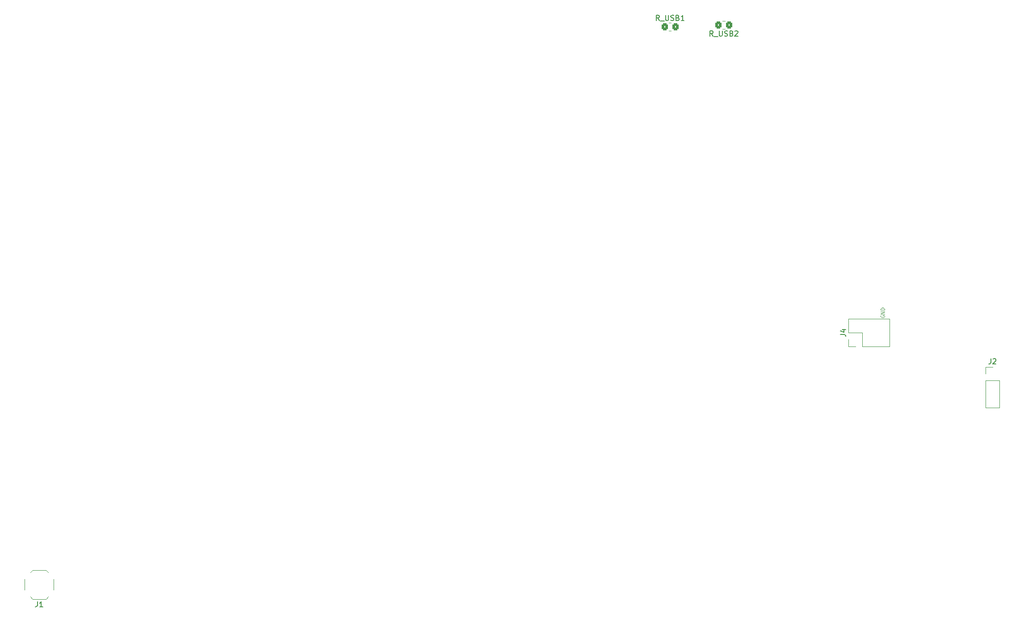
<source format=gto>
%TF.GenerationSoftware,KiCad,Pcbnew,(6.0.6)*%
%TF.CreationDate,2023-03-05T15:32:32+02:00*%
%TF.ProjectId,UniversalTKL,556e6976-6572-4736-916c-544b4c2e6b69,rev?*%
%TF.SameCoordinates,Original*%
%TF.FileFunction,Legend,Top*%
%TF.FilePolarity,Positive*%
%FSLAX46Y46*%
G04 Gerber Fmt 4.6, Leading zero omitted, Abs format (unit mm)*
G04 Created by KiCad (PCBNEW (6.0.6)) date 2023-03-05 15:32:32*
%MOMM*%
%LPD*%
G01*
G04 APERTURE LIST*
G04 Aperture macros list*
%AMRoundRect*
0 Rectangle with rounded corners*
0 $1 Rounding radius*
0 $2 $3 $4 $5 $6 $7 $8 $9 X,Y pos of 4 corners*
0 Add a 4 corners polygon primitive as box body*
4,1,4,$2,$3,$4,$5,$6,$7,$8,$9,$2,$3,0*
0 Add four circle primitives for the rounded corners*
1,1,$1+$1,$2,$3*
1,1,$1+$1,$4,$5*
1,1,$1+$1,$6,$7*
1,1,$1+$1,$8,$9*
0 Add four rect primitives between the rounded corners*
20,1,$1+$1,$2,$3,$4,$5,0*
20,1,$1+$1,$4,$5,$6,$7,0*
20,1,$1+$1,$6,$7,$8,$9,0*
20,1,$1+$1,$8,$9,$2,$3,0*%
%AMHorizOval*
0 Thick line with rounded ends*
0 $1 width*
0 $2 $3 position (X,Y) of the first rounded end (center of the circle)*
0 $4 $5 position (X,Y) of the second rounded end (center of the circle)*
0 Add line between two ends*
20,1,$1,$2,$3,$4,$5,0*
0 Add two circle primitives to create the rounded ends*
1,1,$1,$2,$3*
1,1,$1,$4,$5*%
G04 Aperture macros list end*
%ADD10C,0.100000*%
%ADD11C,0.150000*%
%ADD12C,0.120000*%
%ADD13C,3.987800*%
%ADD14C,1.750000*%
%ADD15HorizOval,2.300000X0.681998X0.731354X-0.681998X-0.731354X0*%
%ADD16HorizOval,2.300000X0.008725X0.249848X-0.008725X-0.249848X0*%
%ADD17RoundRect,0.250000X0.350000X0.450000X-0.350000X0.450000X-0.350000X-0.450000X0.350000X-0.450000X0*%
%ADD18HorizOval,2.300000X0.647898X0.694786X-0.647898X-0.694786X0*%
%ADD19HorizOval,2.300000X0.015701X0.299589X-0.015701X-0.299589X0*%
%ADD20C,6.000000*%
%ADD21C,3.048000*%
%ADD22RoundRect,0.250000X-0.350000X-0.450000X0.350000X-0.450000X0.350000X0.450000X-0.350000X0.450000X0*%
%ADD23HorizOval,2.200000X0.681998X0.731354X-0.681998X-0.731354X0*%
%ADD24R,1.700000X1.000000*%
%ADD25R,1.700000X1.700000*%
%ADD26O,1.700000X1.700000*%
%ADD27C,1.701800*%
%ADD28HorizOval,2.300000X0.299589X-0.015701X-0.299589X0.015701X0*%
%ADD29HorizOval,2.300000X0.705988X-0.635674X-0.705988X0.635674X0*%
%ADD30C,0.750000*%
%ADD31O,1.100000X2.200000*%
%ADD32O,1.100000X1.700000*%
G04 APERTURE END LIST*
D10*
X352450000Y-91203333D02*
X352416666Y-91270000D01*
X352416666Y-91370000D01*
X352450000Y-91470000D01*
X352516666Y-91536666D01*
X352583333Y-91570000D01*
X352716666Y-91603333D01*
X352816666Y-91603333D01*
X352950000Y-91570000D01*
X353016666Y-91536666D01*
X353083333Y-91470000D01*
X353116666Y-91370000D01*
X353116666Y-91303333D01*
X353083333Y-91203333D01*
X353050000Y-91170000D01*
X352816666Y-91170000D01*
X352816666Y-91303333D01*
X353116666Y-90870000D02*
X352416666Y-90870000D01*
X353116666Y-90470000D01*
X352416666Y-90470000D01*
X353116666Y-90136666D02*
X352416666Y-90136666D01*
X352416666Y-89970000D01*
X352450000Y-89870000D01*
X352516666Y-89803333D01*
X352583333Y-89770000D01*
X352716666Y-89736666D01*
X352816666Y-89736666D01*
X352950000Y-89770000D01*
X353016666Y-89803333D01*
X353083333Y-89870000D01*
X353116666Y-89970000D01*
X353116666Y-90136666D01*
D11*
%TO.C,R_USB2*%
X320622380Y-38212380D02*
X320289047Y-37736190D01*
X320050952Y-38212380D02*
X320050952Y-37212380D01*
X320431904Y-37212380D01*
X320527142Y-37260000D01*
X320574761Y-37307619D01*
X320622380Y-37402857D01*
X320622380Y-37545714D01*
X320574761Y-37640952D01*
X320527142Y-37688571D01*
X320431904Y-37736190D01*
X320050952Y-37736190D01*
X320812857Y-38307619D02*
X321574761Y-38307619D01*
X321812857Y-37212380D02*
X321812857Y-38021904D01*
X321860476Y-38117142D01*
X321908095Y-38164761D01*
X322003333Y-38212380D01*
X322193809Y-38212380D01*
X322289047Y-38164761D01*
X322336666Y-38117142D01*
X322384285Y-38021904D01*
X322384285Y-37212380D01*
X322812857Y-38164761D02*
X322955714Y-38212380D01*
X323193809Y-38212380D01*
X323289047Y-38164761D01*
X323336666Y-38117142D01*
X323384285Y-38021904D01*
X323384285Y-37926666D01*
X323336666Y-37831428D01*
X323289047Y-37783809D01*
X323193809Y-37736190D01*
X323003333Y-37688571D01*
X322908095Y-37640952D01*
X322860476Y-37593333D01*
X322812857Y-37498095D01*
X322812857Y-37402857D01*
X322860476Y-37307619D01*
X322908095Y-37260000D01*
X323003333Y-37212380D01*
X323241428Y-37212380D01*
X323384285Y-37260000D01*
X324146190Y-37688571D02*
X324289047Y-37736190D01*
X324336666Y-37783809D01*
X324384285Y-37879047D01*
X324384285Y-38021904D01*
X324336666Y-38117142D01*
X324289047Y-38164761D01*
X324193809Y-38212380D01*
X323812857Y-38212380D01*
X323812857Y-37212380D01*
X324146190Y-37212380D01*
X324241428Y-37260000D01*
X324289047Y-37307619D01*
X324336666Y-37402857D01*
X324336666Y-37498095D01*
X324289047Y-37593333D01*
X324241428Y-37640952D01*
X324146190Y-37688571D01*
X323812857Y-37688571D01*
X324765238Y-37307619D02*
X324812857Y-37260000D01*
X324908095Y-37212380D01*
X325146190Y-37212380D01*
X325241428Y-37260000D01*
X325289047Y-37307619D01*
X325336666Y-37402857D01*
X325336666Y-37498095D01*
X325289047Y-37640952D01*
X324717619Y-38212380D01*
X325336666Y-38212380D01*
%TO.C,*%
%TO.C,R_USB1*%
X310442380Y-35252380D02*
X310109047Y-34776190D01*
X309870952Y-35252380D02*
X309870952Y-34252380D01*
X310251904Y-34252380D01*
X310347142Y-34300000D01*
X310394761Y-34347619D01*
X310442380Y-34442857D01*
X310442380Y-34585714D01*
X310394761Y-34680952D01*
X310347142Y-34728571D01*
X310251904Y-34776190D01*
X309870952Y-34776190D01*
X310632857Y-35347619D02*
X311394761Y-35347619D01*
X311632857Y-34252380D02*
X311632857Y-35061904D01*
X311680476Y-35157142D01*
X311728095Y-35204761D01*
X311823333Y-35252380D01*
X312013809Y-35252380D01*
X312109047Y-35204761D01*
X312156666Y-35157142D01*
X312204285Y-35061904D01*
X312204285Y-34252380D01*
X312632857Y-35204761D02*
X312775714Y-35252380D01*
X313013809Y-35252380D01*
X313109047Y-35204761D01*
X313156666Y-35157142D01*
X313204285Y-35061904D01*
X313204285Y-34966666D01*
X313156666Y-34871428D01*
X313109047Y-34823809D01*
X313013809Y-34776190D01*
X312823333Y-34728571D01*
X312728095Y-34680952D01*
X312680476Y-34633333D01*
X312632857Y-34538095D01*
X312632857Y-34442857D01*
X312680476Y-34347619D01*
X312728095Y-34300000D01*
X312823333Y-34252380D01*
X313061428Y-34252380D01*
X313204285Y-34300000D01*
X313966190Y-34728571D02*
X314109047Y-34776190D01*
X314156666Y-34823809D01*
X314204285Y-34919047D01*
X314204285Y-35061904D01*
X314156666Y-35157142D01*
X314109047Y-35204761D01*
X314013809Y-35252380D01*
X313632857Y-35252380D01*
X313632857Y-34252380D01*
X313966190Y-34252380D01*
X314061428Y-34300000D01*
X314109047Y-34347619D01*
X314156666Y-34442857D01*
X314156666Y-34538095D01*
X314109047Y-34633333D01*
X314061428Y-34680952D01*
X313966190Y-34728571D01*
X313632857Y-34728571D01*
X315156666Y-35252380D02*
X314585238Y-35252380D01*
X314870952Y-35252380D02*
X314870952Y-34252380D01*
X314775714Y-34395238D01*
X314680476Y-34490476D01*
X314585238Y-34538095D01*
%TO.C,*%
%TO.C,J1*%
X192606666Y-145432380D02*
X192606666Y-146146666D01*
X192559047Y-146289523D01*
X192463809Y-146384761D01*
X192320952Y-146432380D01*
X192225714Y-146432380D01*
X193606666Y-146432380D02*
X193035238Y-146432380D01*
X193320952Y-146432380D02*
X193320952Y-145432380D01*
X193225714Y-145575238D01*
X193130476Y-145670476D01*
X193035238Y-145718095D01*
%TO.C,J4*%
X344772380Y-94783333D02*
X345486666Y-94783333D01*
X345629523Y-94830952D01*
X345724761Y-94926190D01*
X345772380Y-95069047D01*
X345772380Y-95164285D01*
X345105714Y-93878571D02*
X345772380Y-93878571D01*
X344724761Y-94116666D02*
X345439047Y-94354761D01*
X345439047Y-93735714D01*
%TO.C,J2*%
X373266666Y-99387380D02*
X373266666Y-100101666D01*
X373219047Y-100244523D01*
X373123809Y-100339761D01*
X372980952Y-100387380D01*
X372885714Y-100387380D01*
X373695238Y-99482619D02*
X373742857Y-99435000D01*
X373838095Y-99387380D01*
X374076190Y-99387380D01*
X374171428Y-99435000D01*
X374219047Y-99482619D01*
X374266666Y-99577857D01*
X374266666Y-99673095D01*
X374219047Y-99815952D01*
X373647619Y-100387380D01*
X374266666Y-100387380D01*
D12*
%TO.C,R_USB2*%
X322897064Y-36845000D02*
X322442936Y-36845000D01*
X322897064Y-35375000D02*
X322442936Y-35375000D01*
%TO.C,R_USB1*%
X312262936Y-37185000D02*
X312717064Y-37185000D01*
X312262936Y-35715000D02*
X312717064Y-35715000D01*
%TO.C,J1*%
X191240000Y-139930000D02*
X191690000Y-139480000D01*
X194190000Y-139480000D02*
X191690000Y-139480000D01*
X190190000Y-143230000D02*
X190190000Y-141230000D01*
X191240000Y-144530000D02*
X191690000Y-144980000D01*
X194640000Y-144530000D02*
X194190000Y-144980000D01*
X195690000Y-143230000D02*
X195690000Y-141230000D01*
X194190000Y-144980000D02*
X191690000Y-144980000D01*
X194640000Y-139930000D02*
X194190000Y-139480000D01*
%TO.C,J4*%
X348920000Y-97050000D02*
X354060000Y-97050000D01*
X346320000Y-97050000D02*
X346320000Y-95720000D01*
X346320000Y-94450000D02*
X346320000Y-91850000D01*
X348920000Y-94450000D02*
X346320000Y-94450000D01*
X347650000Y-97050000D02*
X346320000Y-97050000D01*
X354060000Y-97050000D02*
X354060000Y-91850000D01*
X346320000Y-91850000D02*
X354060000Y-91850000D01*
X348920000Y-97050000D02*
X348920000Y-94450000D01*
%TO.C,J2*%
X374930000Y-103535000D02*
X374930000Y-108675000D01*
X372270000Y-108675000D02*
X374930000Y-108675000D01*
X372270000Y-103535000D02*
X374930000Y-103535000D01*
X372270000Y-103535000D02*
X372270000Y-108675000D01*
X372270000Y-100935000D02*
X373600000Y-100935000D01*
X372270000Y-102265000D02*
X372270000Y-100935000D01*
%TD*%
%LPC*%
D13*
%TO.C,MX14*%
X72231250Y-104775000D03*
D14*
X77311250Y-104775000D03*
X67151250Y-104775000D03*
D15*
X69031250Y-101525000D03*
D16*
X74781250Y-99975000D03*
%TD*%
D17*
%TO.C,R_USB2*%
X323670000Y-36110000D03*
X321670000Y-36110000D03*
%TD*%
D13*
%TO.C,MX62*%
X224631250Y-42862500D03*
D14*
X229711250Y-42862500D03*
X219551250Y-42862500D03*
D15*
X221431250Y-39612500D03*
D16*
X227181250Y-38062500D03*
%TD*%
D14*
%TO.C,MX60*%
X236855000Y-142875000D03*
X226695000Y-142875000D03*
D13*
X231775000Y-142875000D03*
D18*
X228625000Y-139625000D03*
D19*
X234325000Y-138025000D03*
%TD*%
D13*
%TO.C,MX94*%
X329406250Y-142875000D03*
D14*
X334486250Y-142875000D03*
X324326250Y-142875000D03*
D15*
X326206250Y-139625000D03*
D16*
X331956250Y-138075000D03*
%TD*%
D13*
%TO.C,MX75*%
X267493750Y-66675000D03*
D14*
X272573750Y-66675000D03*
X262413750Y-66675000D03*
D15*
X264293750Y-63425000D03*
D16*
X270043750Y-61875000D03*
%TD*%
D13*
%TO.C,MX85*%
X305593750Y-123825000D03*
D14*
X300513750Y-123825000D03*
X310673750Y-123825000D03*
D15*
X302393750Y-120575000D03*
D16*
X308143750Y-119025000D03*
%TD*%
D20*
%TO.C,*%
X364400000Y-96400000D03*
%TD*%
%TO.C,*%
X96000000Y-94600000D03*
%TD*%
D13*
%TO.C,MX49*%
X186531250Y-104775000D03*
D14*
X181451250Y-104775000D03*
X191611250Y-104775000D03*
D15*
X183331250Y-101525000D03*
D16*
X189081250Y-99975000D03*
%TD*%
D14*
%TO.C,MX27*%
X105251250Y-104775000D03*
D13*
X110331250Y-104775000D03*
D14*
X115411250Y-104775000D03*
D15*
X107131250Y-101525000D03*
D16*
X112881250Y-99975000D03*
%TD*%
D13*
%TO.C,MX74*%
X262731250Y-42862500D03*
D14*
X267811250Y-42862500D03*
X257651250Y-42862500D03*
D15*
X259531250Y-39612500D03*
D16*
X265281250Y-38062500D03*
%TD*%
D14*
%TO.C,MX16*%
X72548750Y-142875000D03*
X62388750Y-142875000D03*
D13*
X67468750Y-142875000D03*
D15*
X64268750Y-139625000D03*
D16*
X70018750Y-138075000D03*
%TD*%
D14*
%TO.C,MX2*%
X36195000Y-123825000D03*
D13*
X41275000Y-123825000D03*
D14*
X46355000Y-123825000D03*
D18*
X38125000Y-120575000D03*
D19*
X43825000Y-118975000D03*
%TD*%
D13*
%TO.C,MX104*%
X288925000Y-123825000D03*
X276987000Y-132080000D03*
D21*
X276987000Y-116840000D03*
D13*
X300863000Y-132080000D03*
D14*
X294005000Y-123825000D03*
D21*
X300863000Y-116840000D03*
D14*
X283845000Y-123825000D03*
D18*
X285775000Y-120525000D03*
D19*
X291425000Y-119025000D03*
%TD*%
D20*
%TO.C,*%
X267500000Y-94600000D03*
%TD*%
D14*
%TO.C,MX20*%
X81438750Y-85725000D03*
X91598750Y-85725000D03*
D13*
X86518750Y-85725000D03*
D15*
X83318750Y-82475000D03*
D16*
X89068750Y-80925000D03*
%TD*%
D14*
%TO.C,MX33*%
X114776250Y-123825000D03*
X124936250Y-123825000D03*
D13*
X119856250Y-123825000D03*
D15*
X116656250Y-120575000D03*
D16*
X122406250Y-119025000D03*
%TD*%
D13*
%TO.C,MX48*%
X181768750Y-85725000D03*
D14*
X176688750Y-85725000D03*
X186848750Y-85725000D03*
D15*
X178568750Y-82475000D03*
D16*
X184318750Y-80925000D03*
%TD*%
D14*
%TO.C,MX31*%
X119538750Y-85725000D03*
X129698750Y-85725000D03*
D13*
X124618750Y-85725000D03*
D15*
X121418750Y-82475000D03*
D16*
X127168750Y-80925000D03*
%TD*%
D22*
%TO.C,R_USB1*%
X311490000Y-36450000D03*
X313490000Y-36450000D03*
%TD*%
D21*
%TO.C,MX45*%
X229393750Y-149860000D03*
D13*
X229393750Y-134620000D03*
X115093750Y-134620000D03*
X172243750Y-142875000D03*
D14*
X167163750Y-142875000D03*
D21*
X115093750Y-149860000D03*
D14*
X177323750Y-142875000D03*
D18*
X169093750Y-139625000D03*
D19*
X174743750Y-138075000D03*
%TD*%
D14*
%TO.C,MX73*%
X274320000Y-142875000D03*
X284480000Y-142875000D03*
D13*
X279400000Y-142875000D03*
D18*
X276250000Y-139625000D03*
D19*
X281950000Y-138025000D03*
%TD*%
D14*
%TO.C,MX84*%
X298767500Y-104775000D03*
D21*
X305625500Y-111760000D03*
X281749500Y-111760000D03*
D13*
X293687500Y-104775000D03*
D14*
X288607500Y-104775000D03*
D13*
X281749500Y-96520000D03*
X305625500Y-96520000D03*
D18*
X290537500Y-101525000D03*
D19*
X296237500Y-99975000D03*
%TD*%
D14*
%TO.C,MX91*%
X324326250Y-42862500D03*
X334486250Y-42862500D03*
D13*
X329406250Y-42862500D03*
D15*
X326206250Y-39612500D03*
D16*
X331956250Y-38062500D03*
%TD*%
D13*
%TO.C,MX11*%
X62706250Y-42862500D03*
D14*
X57626250Y-42862500D03*
X67786250Y-42862500D03*
D15*
X59506250Y-39612500D03*
D16*
X65256250Y-38062500D03*
%TD*%
D14*
%TO.C,MX22*%
X86836250Y-123825000D03*
D13*
X81756250Y-123825000D03*
D14*
X76676250Y-123825000D03*
D15*
X78556250Y-120575000D03*
D16*
X84306250Y-119025000D03*
%TD*%
D14*
%TO.C,MX51*%
X205898750Y-42862500D03*
X195738750Y-42862500D03*
D13*
X200818750Y-42862500D03*
D15*
X197618750Y-39612500D03*
D16*
X203368750Y-38062500D03*
%TD*%
D14*
%TO.C,MX3*%
X36195000Y-142875000D03*
X46355000Y-142875000D03*
D13*
X41275000Y-142875000D03*
D18*
X38125000Y-139625000D03*
D19*
X43825000Y-138025000D03*
%TD*%
D14*
%TO.C,MX54*%
X200501250Y-104775000D03*
D13*
X205581250Y-104775000D03*
D14*
X210661250Y-104775000D03*
D15*
X202381250Y-101525000D03*
D16*
X208131250Y-99975000D03*
%TD*%
D13*
%TO.C,MX43*%
X167481250Y-104775000D03*
D14*
X162401250Y-104775000D03*
X172561250Y-104775000D03*
D15*
X164281250Y-101525000D03*
D16*
X170031250Y-99975000D03*
%TD*%
D14*
%TO.C,MX30*%
X120173750Y-66675000D03*
X110013750Y-66675000D03*
D13*
X115093750Y-66675000D03*
D15*
X111893750Y-63425000D03*
D16*
X117643750Y-61875000D03*
%TD*%
D14*
%TO.C,MX65*%
X248761250Y-104775000D03*
X238601250Y-104775000D03*
D13*
X243681250Y-104775000D03*
D15*
X240481250Y-101525000D03*
D16*
X246231250Y-99975000D03*
%TD*%
D14*
%TO.C,MX35*%
X129063750Y-66675000D03*
D13*
X134143750Y-66675000D03*
D14*
X139223750Y-66675000D03*
D15*
X130943750Y-63425000D03*
D16*
X136693750Y-61875000D03*
%TD*%
D13*
%TO.C,MX79*%
X277018750Y-142875000D03*
D14*
X271938750Y-142875000D03*
X282098750Y-142875000D03*
D15*
X273818750Y-139625000D03*
D16*
X279568750Y-138075000D03*
%TD*%
D20*
%TO.C,*%
X191300000Y-94600000D03*
%TD*%
D13*
%TO.C,MX102*%
X367506250Y-85725000D03*
D14*
X372586250Y-85725000D03*
X362426250Y-85725000D03*
D15*
X364306250Y-82475000D03*
D16*
X370056250Y-80925000D03*
%TD*%
D14*
%TO.C,MX6*%
X48736250Y-85725000D03*
D13*
X43656250Y-85725000D03*
D14*
X38576250Y-85725000D03*
D23*
X40506250Y-82475000D03*
D19*
X46206250Y-80925000D03*
%TD*%
D14*
%TO.C,MX10*%
X70167500Y-142875000D03*
X60007500Y-142875000D03*
D13*
X65087500Y-142875000D03*
D18*
X61937500Y-139625000D03*
D19*
X67637500Y-138025000D03*
%TD*%
D14*
%TO.C,MX95*%
X353536250Y-42862500D03*
D13*
X348456250Y-42862500D03*
D14*
X343376250Y-42862500D03*
D23*
X345306250Y-39612500D03*
D19*
X350956250Y-38062500D03*
%TD*%
D13*
%TO.C,MX89*%
X308006750Y-74930000D03*
D21*
X284130750Y-59690000D03*
X308006750Y-59690000D03*
D14*
X301148750Y-66675000D03*
D13*
X296068750Y-66675000D03*
D14*
X290988750Y-66675000D03*
D13*
X284130750Y-74930000D03*
D18*
X292918750Y-63425000D03*
D19*
X298568750Y-61875000D03*
%TD*%
D13*
%TO.C,MX25*%
X96043750Y-66675000D03*
D14*
X101123750Y-66675000D03*
X90963750Y-66675000D03*
D15*
X92843750Y-63425000D03*
D16*
X98593750Y-61875000D03*
%TD*%
D14*
%TO.C,MX82*%
X276701250Y-42862500D03*
X286861250Y-42862500D03*
D13*
X281781250Y-42862500D03*
D15*
X278581250Y-39612500D03*
D16*
X284331250Y-38062500D03*
%TD*%
D13*
%TO.C,MX18*%
X81756250Y-42862500D03*
D14*
X86836250Y-42862500D03*
X76676250Y-42862500D03*
D15*
X78556250Y-39612500D03*
D16*
X84306250Y-38062500D03*
%TD*%
D14*
%TO.C,MX68*%
X248761250Y-42862500D03*
D13*
X243681250Y-42862500D03*
D14*
X238601250Y-42862500D03*
D15*
X240481250Y-39612500D03*
D16*
X246231250Y-38062500D03*
%TD*%
D13*
%TO.C,MX77*%
X281781250Y-104775000D03*
D14*
X276701250Y-104775000D03*
X286861250Y-104775000D03*
D15*
X278581250Y-101525000D03*
D16*
X284331250Y-99975000D03*
%TD*%
D14*
%TO.C,MX46*%
X176688750Y-42862500D03*
D13*
X181768750Y-42862500D03*
D14*
X186848750Y-42862500D03*
D15*
X178568750Y-39612500D03*
D16*
X184318750Y-38062500D03*
%TD*%
D13*
%TO.C,MX26*%
X105568750Y-85725000D03*
D14*
X100488750Y-85725000D03*
X110648750Y-85725000D03*
D15*
X102368750Y-82475000D03*
D16*
X108118750Y-80925000D03*
%TD*%
D13*
%TO.C,MX19*%
X76993750Y-66675000D03*
D14*
X71913750Y-66675000D03*
X82073750Y-66675000D03*
D15*
X73793750Y-63425000D03*
D16*
X79543750Y-61875000D03*
%TD*%
D14*
%TO.C,MX8*%
X55880000Y-123825000D03*
D13*
X50800000Y-123825000D03*
D21*
X38862000Y-116840000D03*
D13*
X38862000Y-132080000D03*
D21*
X62738000Y-116840000D03*
D14*
X45720000Y-123825000D03*
D13*
X62738000Y-132080000D03*
D18*
X47650000Y-120575000D03*
D19*
X53300000Y-119025000D03*
%TD*%
D14*
%TO.C,MX36*%
X148748750Y-85725000D03*
X138588750Y-85725000D03*
D13*
X143668750Y-85725000D03*
D15*
X140468750Y-82475000D03*
D16*
X146218750Y-80925000D03*
%TD*%
D14*
%TO.C,MX42*%
X157638750Y-85725000D03*
X167798750Y-85725000D03*
D13*
X162718750Y-85725000D03*
D15*
X159518750Y-82475000D03*
D16*
X165268750Y-80925000D03*
%TD*%
D14*
%TO.C,MX83*%
X281463750Y-66675000D03*
X291623750Y-66675000D03*
D13*
X286543750Y-66675000D03*
D15*
X283343750Y-63425000D03*
D16*
X289093750Y-61875000D03*
%TD*%
D14*
%TO.C,MX23*%
X96361250Y-142875000D03*
D13*
X91281250Y-142875000D03*
D14*
X86201250Y-142875000D03*
D23*
X88131250Y-139625000D03*
D19*
X93831250Y-138075000D03*
%TD*%
D24*
%TO.C,J1*%
X189790000Y-144130000D03*
X196090000Y-144130000D03*
X196090000Y-140330000D03*
X189790000Y-140330000D03*
%TD*%
D14*
%TO.C,MX38*%
X133826250Y-123825000D03*
X143986250Y-123825000D03*
D13*
X138906250Y-123825000D03*
D15*
X135706250Y-120575000D03*
D16*
X141456250Y-119025000D03*
%TD*%
D14*
%TO.C,MX1*%
X36195000Y-104775000D03*
D13*
X41275000Y-104775000D03*
D14*
X46355000Y-104775000D03*
D18*
X38125000Y-101500000D03*
D19*
X43800000Y-100000000D03*
%TD*%
D25*
%TO.C,J4*%
X347650000Y-95720000D03*
D26*
X347650000Y-93180000D03*
X350190000Y-95720000D03*
X350190000Y-93180000D03*
X352730000Y-95720000D03*
X352730000Y-93180000D03*
%TD*%
D14*
%TO.C,MX29*%
X124936250Y-42862500D03*
X114776250Y-42862500D03*
D13*
X119856250Y-42862500D03*
D15*
X116656250Y-39612500D03*
D16*
X122406250Y-38062500D03*
%TD*%
D13*
%TO.C,MX34*%
X143668750Y-42862500D03*
D14*
X138588750Y-42862500D03*
X148748750Y-42862500D03*
D15*
X140468750Y-39612500D03*
D16*
X146218750Y-38062500D03*
%TD*%
D14*
%TO.C,MX100*%
X372586250Y-42862500D03*
D13*
X367506250Y-42862500D03*
D14*
X362426250Y-42862500D03*
D15*
X364306250Y-39612500D03*
D16*
X370056250Y-38062500D03*
%TD*%
D14*
%TO.C,MX64*%
X243998750Y-85725000D03*
D13*
X238918750Y-85725000D03*
D14*
X233838750Y-85725000D03*
D15*
X235718750Y-82475000D03*
D16*
X241468750Y-80925000D03*
%TD*%
D14*
%TO.C,MX90*%
X305911250Y-85725000D03*
X295751250Y-85725000D03*
D13*
X300831250Y-85725000D03*
D23*
X297681250Y-82475000D03*
D19*
X303381250Y-80925000D03*
%TD*%
D13*
%TO.C,MX28*%
X100806250Y-123825000D03*
D14*
X95726250Y-123825000D03*
X105886250Y-123825000D03*
D15*
X97606250Y-120575000D03*
D16*
X103356250Y-119025000D03*
%TD*%
D14*
%TO.C,MX57*%
X224948750Y-85725000D03*
D13*
X219868750Y-85725000D03*
D14*
X214788750Y-85725000D03*
D15*
X216668750Y-82475000D03*
D16*
X222418750Y-80925000D03*
%TD*%
D14*
%TO.C,MX61*%
X260667500Y-142875000D03*
D13*
X255587500Y-142875000D03*
D14*
X250507500Y-142875000D03*
D18*
X252437500Y-139625000D03*
D19*
X258137500Y-138025000D03*
%TD*%
D13*
%TO.C,MX32*%
X129381250Y-104775000D03*
D14*
X134461250Y-104775000D03*
X124301250Y-104775000D03*
D15*
X126181250Y-101525000D03*
D16*
X131931250Y-99975000D03*
%TD*%
D25*
%TO.C,J2*%
X373600000Y-102265000D03*
D26*
X373600000Y-104805000D03*
X373600000Y-107345000D03*
%TD*%
D13*
%TO.C,MX5*%
X38893750Y-66675000D03*
D14*
X43973750Y-66675000D03*
X33813750Y-66675000D03*
D15*
X35693750Y-63425000D03*
D16*
X41443750Y-61875000D03*
%TD*%
D14*
%TO.C,MX12*%
X52863750Y-66675000D03*
D13*
X57943750Y-66675000D03*
D14*
X63023750Y-66675000D03*
D15*
X54743750Y-63425000D03*
D16*
X60493750Y-61875000D03*
%TD*%
D21*
%TO.C,MX39*%
X210337400Y-149860000D03*
D13*
X160337500Y-142875000D03*
D14*
X155257500Y-142875000D03*
D21*
X110337600Y-149860000D03*
D14*
X165417500Y-142875000D03*
D13*
X210337400Y-134620000D03*
X110337600Y-134620000D03*
D18*
X157187500Y-139625000D03*
D19*
X162887500Y-138075000D03*
%TD*%
D14*
%TO.C,MX50*%
X182086250Y-123825000D03*
D13*
X177006250Y-123825000D03*
D14*
X171926250Y-123825000D03*
D15*
X173806250Y-120575000D03*
D16*
X179556250Y-119025000D03*
%TD*%
D14*
%TO.C,MX17*%
X83820000Y-142875000D03*
X93980000Y-142875000D03*
D13*
X88900000Y-142875000D03*
D18*
X85750000Y-139625000D03*
D19*
X91450000Y-138025000D03*
%TD*%
D14*
%TO.C,MX81*%
X298132500Y-142875000D03*
X308292500Y-142875000D03*
D13*
X303212500Y-142875000D03*
D18*
X300062500Y-139625000D03*
D19*
X305762500Y-138025000D03*
%TD*%
D14*
%TO.C,MX97*%
X343376250Y-85725000D03*
D13*
X348456250Y-85725000D03*
D14*
X353536250Y-85725000D03*
D15*
X345256250Y-82475000D03*
D16*
X351006250Y-80925000D03*
%TD*%
D14*
%TO.C,MX21*%
X86201250Y-104775000D03*
D13*
X91281250Y-104775000D03*
D14*
X96361250Y-104775000D03*
D15*
X88081250Y-101525000D03*
D16*
X93831250Y-99975000D03*
%TD*%
D13*
%TO.C,MX53*%
X200818750Y-85725000D03*
D14*
X205898750Y-85725000D03*
X195738750Y-85725000D03*
D15*
X197618750Y-82475000D03*
D16*
X203368750Y-80925000D03*
%TD*%
D14*
%TO.C,MX44*%
X163036250Y-123825000D03*
D13*
X157956250Y-123825000D03*
D14*
X152876250Y-123825000D03*
D15*
X154756250Y-120575000D03*
D16*
X160506250Y-119025000D03*
%TD*%
D14*
%TO.C,MX24*%
X105886250Y-42862500D03*
D13*
X100806250Y-42862500D03*
D14*
X95726250Y-42862500D03*
D15*
X97606250Y-39612500D03*
D16*
X103356250Y-38062500D03*
%TD*%
D13*
%TO.C,MX72*%
X253206250Y-123825000D03*
D14*
X258286250Y-123825000D03*
X248126250Y-123825000D03*
D15*
X250006250Y-120575000D03*
D16*
X255756250Y-119025000D03*
%TD*%
D14*
%TO.C,MX37*%
X143351250Y-104775000D03*
X153511250Y-104775000D03*
D13*
X148431250Y-104775000D03*
D15*
X145231250Y-101525000D03*
D16*
X150981250Y-99975000D03*
%TD*%
D13*
%TO.C,MX52*%
X191293750Y-66675000D03*
D14*
X186213750Y-66675000D03*
X196373750Y-66675000D03*
D15*
X188093750Y-63425000D03*
D16*
X193843750Y-61875000D03*
%TD*%
D13*
%TO.C,MX9*%
X43656250Y-142875000D03*
D14*
X48736250Y-142875000D03*
X38576250Y-142875000D03*
D23*
X40506250Y-139625000D03*
D19*
X46206250Y-138075000D03*
%TD*%
D14*
%TO.C,MX4*%
X33813750Y-42862500D03*
D13*
X38893750Y-42862500D03*
D14*
X43973750Y-42862500D03*
D23*
X35743750Y-39612500D03*
D19*
X41393750Y-38062500D03*
%TD*%
D14*
%TO.C,MX93*%
X324326250Y-85725000D03*
D13*
X329406250Y-85725000D03*
D14*
X334486250Y-85725000D03*
D15*
X326206250Y-82475000D03*
D16*
X331956250Y-80925000D03*
%TD*%
D14*
%TO.C,MX96*%
X343376250Y-66675000D03*
D13*
X348456250Y-66675000D03*
D14*
X353536250Y-66675000D03*
D15*
X345256250Y-63425000D03*
D16*
X351006250Y-61875000D03*
%TD*%
D21*
%TO.C,MX80*%
X310197500Y-83312000D03*
D27*
X303212500Y-100330000D03*
X303212500Y-90170000D03*
D13*
X294957500Y-107188000D03*
X303212500Y-95250000D03*
D21*
X310197500Y-107188000D03*
D13*
X294957500Y-83312000D03*
D28*
X308012500Y-97750000D03*
D29*
X306462500Y-92100000D03*
%TD*%
D14*
%TO.C,MX92*%
X324326250Y-66675000D03*
D13*
X329406250Y-66675000D03*
D14*
X334486250Y-66675000D03*
D15*
X326206250Y-63425000D03*
D16*
X331956250Y-61875000D03*
%TD*%
D13*
%TO.C,MX71*%
X262731250Y-104775000D03*
D14*
X267811250Y-104775000D03*
X257651250Y-104775000D03*
D15*
X259531250Y-101525000D03*
D16*
X265281250Y-99975000D03*
%TD*%
D14*
%TO.C,MX70*%
X263048750Y-85725000D03*
X252888750Y-85725000D03*
D13*
X257968750Y-85725000D03*
D15*
X254768750Y-82475000D03*
D16*
X260518750Y-80925000D03*
%TD*%
D13*
%TO.C,MX103*%
X367506250Y-142875000D03*
D14*
X372586250Y-142875000D03*
X362426250Y-142875000D03*
D15*
X364306250Y-139625000D03*
D16*
X370056250Y-138075000D03*
%TD*%
D14*
%TO.C,MX56*%
X215423750Y-66675000D03*
D13*
X210343750Y-66675000D03*
D14*
X205263750Y-66675000D03*
D15*
X207143750Y-63425000D03*
D16*
X212893750Y-61875000D03*
%TD*%
D14*
%TO.C,MX88*%
X300513750Y-42862500D03*
X310673750Y-42862500D03*
D13*
X305593750Y-42862500D03*
D15*
X302393750Y-39612500D03*
D16*
X308143750Y-38062500D03*
%TD*%
D14*
%TO.C,MX40*%
X167798750Y-42862500D03*
D13*
X162718750Y-42862500D03*
D14*
X157638750Y-42862500D03*
D15*
X159518750Y-39612500D03*
D16*
X165268750Y-38062500D03*
%TD*%
D14*
%TO.C,MX7*%
X51117500Y-104775000D03*
D13*
X46037500Y-104775000D03*
D14*
X40957500Y-104775000D03*
D23*
X42887500Y-101525000D03*
D19*
X48537500Y-99975000D03*
%TD*%
D13*
%TO.C,MX99*%
X348456250Y-142875000D03*
D14*
X343376250Y-142875000D03*
X353536250Y-142875000D03*
D15*
X345256250Y-139625000D03*
D16*
X351006250Y-138075000D03*
%TD*%
D14*
%TO.C,MX86*%
X295751250Y-142875000D03*
D13*
X300831250Y-142875000D03*
D14*
X305911250Y-142875000D03*
D23*
X297681250Y-139625000D03*
D19*
X303381250Y-138075000D03*
%TD*%
D14*
%TO.C,MX67*%
X248126250Y-142875000D03*
X258286250Y-142875000D03*
D13*
X253206250Y-142875000D03*
D23*
X250056250Y-139625000D03*
D19*
X255756250Y-138075000D03*
%TD*%
D14*
%TO.C,MX87*%
X310673750Y-66675000D03*
D13*
X305593750Y-66675000D03*
D14*
X300513750Y-66675000D03*
D15*
X302393750Y-63425000D03*
D16*
X308143750Y-61875000D03*
%TD*%
D14*
%TO.C,MX59*%
X210026250Y-123825000D03*
D13*
X215106250Y-123825000D03*
D14*
X220186250Y-123825000D03*
D15*
X211906250Y-120575000D03*
D16*
X217656250Y-119025000D03*
%TD*%
D13*
%TO.C,MX58*%
X224631250Y-104775000D03*
D14*
X219551250Y-104775000D03*
X229711250Y-104775000D03*
D15*
X221431250Y-101525000D03*
D16*
X227181250Y-99975000D03*
%TD*%
D13*
%TO.C,MX78*%
X279400000Y-123825000D03*
D14*
X284480000Y-123825000D03*
X274320000Y-123825000D03*
D23*
X276250000Y-120575000D03*
D19*
X281900000Y-119025000D03*
%TD*%
D13*
%TO.C,MX13*%
X67468750Y-85725000D03*
D14*
X62388750Y-85725000D03*
X72548750Y-85725000D03*
D15*
X64268750Y-82475000D03*
D16*
X70018750Y-80925000D03*
%TD*%
D14*
%TO.C,MX98*%
X343376250Y-123825000D03*
X353536250Y-123825000D03*
D13*
X348456250Y-123825000D03*
D15*
X345256250Y-120575000D03*
D16*
X351006250Y-119025000D03*
%TD*%
D13*
%TO.C,MX15*%
X62680000Y-123825000D03*
D14*
X57600000Y-123825000D03*
X67760000Y-123825000D03*
D15*
X59480000Y-120575000D03*
D16*
X65230000Y-119025000D03*
%TD*%
D14*
%TO.C,MX63*%
X234473750Y-66675000D03*
X224313750Y-66675000D03*
D13*
X229393750Y-66675000D03*
D15*
X226193750Y-63425000D03*
D16*
X231943750Y-61875000D03*
%TD*%
D14*
%TO.C,MX66*%
X229076250Y-123825000D03*
X239236250Y-123825000D03*
D13*
X234156250Y-123825000D03*
D15*
X230956250Y-120575000D03*
D16*
X236706250Y-119025000D03*
%TD*%
D13*
%TO.C,MX76*%
X277018750Y-85725000D03*
D14*
X282098750Y-85725000D03*
X271938750Y-85725000D03*
D15*
X273818750Y-82475000D03*
D16*
X279568750Y-80925000D03*
%TD*%
D14*
%TO.C,MX47*%
X167163750Y-66675000D03*
D13*
X172243750Y-66675000D03*
D14*
X177323750Y-66675000D03*
D15*
X169043750Y-63425000D03*
D16*
X174793750Y-61875000D03*
%TD*%
D13*
%TO.C,MX101*%
X367506250Y-66675000D03*
D14*
X362426250Y-66675000D03*
X372586250Y-66675000D03*
D15*
X364306250Y-63425000D03*
D16*
X370056250Y-61875000D03*
%TD*%
D14*
%TO.C,MX55*%
X201136250Y-123825000D03*
X190976250Y-123825000D03*
D13*
X196056250Y-123825000D03*
D15*
X192856250Y-120575000D03*
D16*
X198606250Y-119025000D03*
%TD*%
D14*
%TO.C,MX41*%
X158273750Y-66675000D03*
X148113750Y-66675000D03*
D13*
X153193750Y-66675000D03*
D15*
X149993750Y-63425000D03*
D16*
X155743750Y-61875000D03*
%TD*%
D14*
%TO.C,MX69*%
X243363750Y-66675000D03*
D13*
X248443750Y-66675000D03*
D14*
X253523750Y-66675000D03*
D15*
X245243750Y-63425000D03*
D16*
X250993750Y-61875000D03*
%TD*%
D30*
%TO.C,USB1*%
X314650000Y-30587500D03*
X320430000Y-30587500D03*
D31*
X313220000Y-31117500D03*
D32*
X313220000Y-26937500D03*
X321860000Y-26937500D03*
D31*
X321860000Y-31117500D03*
%TD*%
M02*

</source>
